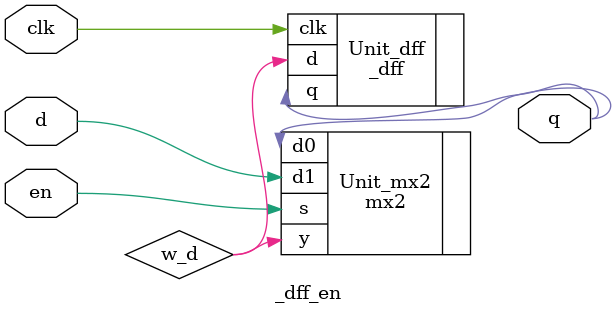
<source format=v>
module _dff_en(clk, en, d, q);
	input clk, en, d;
	output q;
	
	wire w_d;
	
	mx2 Unit_mx2(.d0(q), .d1(d), .s(en), .y(w_d));		// select value with multiplexer
	_dff Unit_dff(.clk(clk), .d(w_d), .q(q));		// d-flipflop
	
endmodule

</source>
